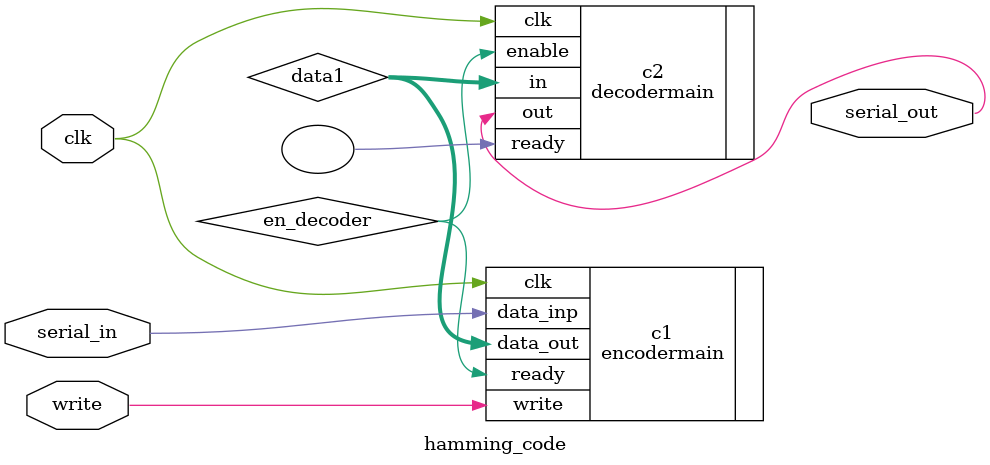
<source format=sv>
module hamming_code (
    input serial_in,
    input clk,
    input write,
    output serial_out
);

    wire en_decoder;
    wire [6:0] data1;

    encodermain c1 (
        .clk(clk),
        .data_inp(serial_in),
        .write(write),
        .ready(en_decoder),
        .data_out(data1)
    );

    decodermain c2 (
        .clk(clk),
        .enable(en_decoder),
        .in(data1),
        .out(serial_out),
        .ready()
    );

endmodule

</source>
